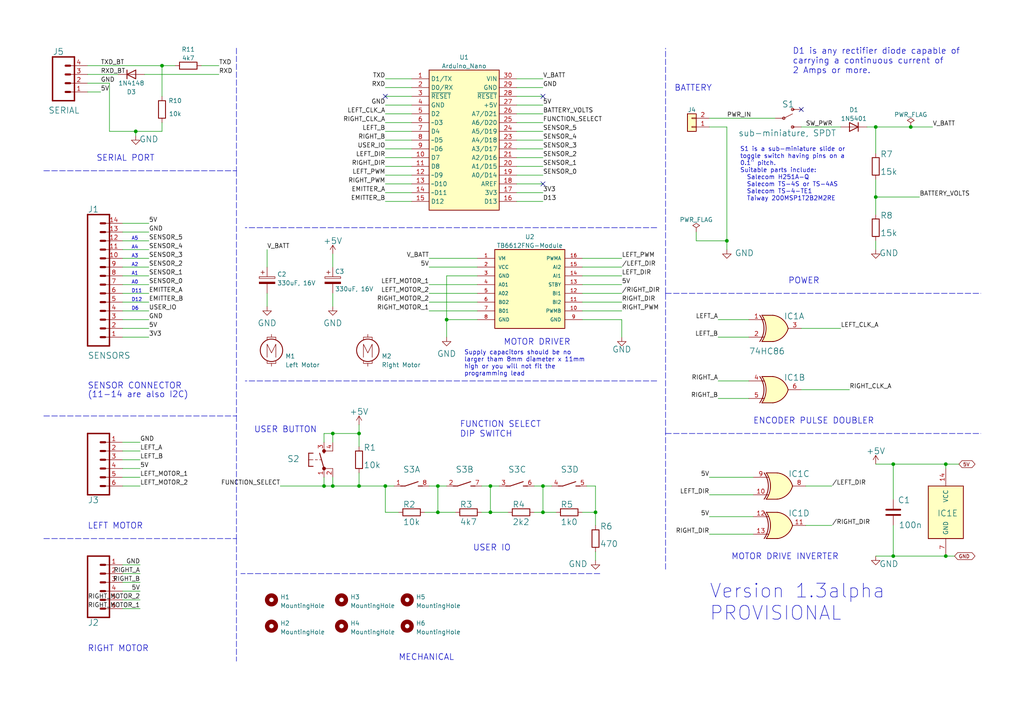
<source format=kicad_sch>
(kicad_sch (version 20250114) (generator "eeschema") (generator_version "9.0")
  (paper "A4")
  (title_block (title "UKMARRBOT Mainboard") (date "2022-08-20") (rev "1.3alpha") (company "UKMARS") (comment 1 "Peter Harrison"))
  (lib_symbols
    (symbol "74xx:74HC86" (pin_names (offset 1.016))
      (property "Reference" "U" (at 0 1.27 0))
      (property "Value" "74HC86" (at 0 -1.27 0))
      (symbol "74HC86_1_0"
        (pin input line (at -7.62 2.54 0) (length 4.445) (name "~") (number "1"))
        (pin input line (at -7.62 -2.54 0) (length 4.445) (name "~") (number "2"))
        (pin output line (at 7.62 0 180) (length 3.81) (name "~") (number "3"))
      )
      (symbol "74HC86_2_0"
        (pin input line (at -7.62 2.54 0) (length 4.445) (name "~") (number "4"))
        (pin input line (at -7.62 -2.54 0) (length 4.445) (name "~") (number "5"))
        (pin output line (at 7.62 0 180) (length 3.81) (name "~") (number "6"))
      )
      (symbol "74HC86_3_0"
        (pin input line (at -7.62 2.54 0) (length 4.445) (name "~") (number "9"))
        (pin input line (at -7.62 -2.54 0) (length 4.445) (name "~") (number "10"))
        (pin output line (at 7.62 0 180) (length 3.81) (name "~") (number "8"))
      )
      (symbol "74HC86_4_0"
        (pin input line (at -7.62 2.54 0) (length 4.445) (name "~") (number "12"))
        (pin input line (at -7.62 -2.54 0) (length 4.445) (name "~") (number "13"))
        (pin output line (at 7.62 0 180) (length 3.81) (name "~") (number "11"))
      )
      (symbol "74HC86_5_0"
        (pin power_in line (at 0 12.7 270) (length 5.08) (name "VCC") (number "14"))
        (pin power_in line (at 0 -12.7 90) (length 5.08) (name "GND") (number "7"))
      )
    )
    (symbol "Connector_Generic:Conn_01x02" (pin_names (offset 1.016) (hide yes))
      (property "Reference" "J" (at 0 2.54 0))
      (property "Value" "Conn_01x02" (at 0 -5.08 0))
      (symbol "Conn_01x02_1_1"
        (pin passive line (at -5.08 0 0) (length 3.81) (name "Pin_1") (number "1"))
        (pin passive line (at -5.08 -2.54 0) (length 3.81) (name "Pin_2") (number "2"))
      )
    )
    (symbol "Device:C" (pin_numbers (hide yes)) (pin_names (offset 0.254))
      (property "Reference" "C" (at 0.635 2.54 0))
      (property "Value" "C" (at 0.635 -2.54 0))
      (symbol "C_1_1"
        (pin passive line (at 0 3.81 270) (length 2.794) (name "~") (number "1"))
        (pin passive line (at 0 -3.81 90) (length 2.794) (name "~") (number "2"))
      )
    )
    (symbol "Device:C_Polarized" (pin_numbers (hide yes)) (pin_names (offset 0.254))
      (property "Reference" "C" (at 0.635 2.54 0))
      (property "Value" "C_Polarized" (at 0.635 -2.54 0))
      (symbol "C_Polarized_1_1"
        (pin passive line (at 0 3.81 270) (length 2.794) (name "~") (number "1"))
        (pin passive line (at 0 -3.81 90) (length 2.794) (name "~") (number "2"))
      )
    )
    (symbol "Device:D" (pin_numbers (hide yes)) (pin_names (offset 1.016) (hide yes))
      (property "Reference" "D" (at 0 2.54 0))
      (property "Value" "D" (at 0 -2.54 0))
      (symbol "D_1_1"
        (pin passive line (at -3.81 0 0) (length 2.54) (name "K") (number "1"))
        (pin passive line (at 3.81 0 180) (length 2.54) (name "A") (number "2"))
      )
    )
    (symbol "Device:R" (pin_numbers (hide yes)) (pin_names (offset 0))
      (property "Reference" "R" (at 2.032 0 90))
      (property "Value" "R" (at 0 0 90))
      (symbol "R_1_1"
        (pin passive line (at 0 3.81 270) (length 1.27) (name "~") (number "1"))
        (pin passive line (at 0 -3.81 90) (length 1.27) (name "~") (number "2"))
      )
    )
    (symbol "Diode:1N4148" (pin_numbers (hide yes)) (pin_names (offset 1.016) (hide yes))
      (property "Reference" "D" (at 0 2.54 0))
      (property "Value" "1N4148" (at 0 -2.54 0))
      (symbol "1N4148_1_1"
        (pin passive line (at -3.81 0 0) (length 2.54) (name "K") (number "1"))
        (pin passive line (at 3.81 0 180) (length 2.54) (name "A") (number "2"))
      )
    )
    (symbol "Mechanical:MountingHole" (pin_names (offset 1.016))
      (property "Reference" "H" (at 0 5.08 0))
      (property "Value" "MountingHole" (at 0 3.175 0))
    )
    (symbol "power:+5V" (power) (pin_names (offset 0))
      (property "Value" "+5V" (at 0 3.556 0))
      (symbol "+5V_1_1"
        (pin power_in line (at 0 0 90) (length 0) (hide yes) (name "+5V") (number "1"))
      )
    )
    (symbol "power:GND" (power) (pin_names (offset 0))
      (property "Value" "GND" (at 0 -3.81 0))
      (symbol "GND_1_1"
        (pin power_in line (at 0 0 270) (length 0) (hide yes) (name "GND") (number "1"))
      )
    )
    (symbol "power:PWR_FLAG" (power) (pin_numbers (hide yes)) (pin_names (offset 0) (hide yes))
      (property "Value" "PWR_FLAG" (at 0 3.81 0))
      (symbol "PWR_FLAG_0_0"
        (pin power_out line (at 0 0 90) (length 0) (name "pwr") (number "1"))
      )
    )
    (symbol "ukmarsbot:Arduino_Nano"
      (property "Reference" "U" (at -10.16 24.13 0))
      (property "Value" "Arduino_Nano" (at -10.16 22.86 0))
      (symbol "Arduino_Nano_1_1"
        (pin bidirectional line (at -15.24 17.78 0) (length 5.08) (name "D1/TX") (number "1"))
        (pin bidirectional line (at -15.24 15.24 0) (length 5.08) (name "D0/RX") (number "2"))
        (pin input line (at -15.24 12.7 0) (length 5.08) (name "~{RESET}") (number "3"))
        (pin power_in line (at -15.24 10.16 0) (length 5.08) (name "GND") (number "4"))
        (pin bidirectional line (at -15.24 7.62 0) (length 5.08) (name "D2") (number "5"))
        (pin bidirectional line (at -15.24 5.08 0) (length 5.08) (name "~D3") (number "6"))
        (pin bidirectional line (at -15.24 2.54 0) (length 5.08) (name "D4") (number "7"))
        (pin bidirectional line (at -15.24 0 0) (length 5.08) (name "~D5") (number "8"))
        (pin bidirectional line (at -15.24 -2.54 0) (length 5.08) (name "~D6") (number "9"))
        (pin bidirectional line (at -15.24 -5.08 0) (length 5.08) (name "D7") (number "10"))
        (pin bidirectional line (at -15.24 -7.62 0) (length 5.08) (name "D8") (number "11"))
        (pin bidirectional line (at -15.24 -10.16 0) (length 5.08) (name "~D9") (number "12"))
        (pin bidirectional line (at -15.24 -12.7 0) (length 5.08) (name "~D10") (number "13"))
        (pin bidirectional line (at -15.24 -15.24 0) (length 5.08) (name "~D11") (number "14"))
        (pin bidirectional line (at -15.24 -17.78 0) (length 5.08) (name "D12") (number "15"))
        (pin power_in line (at 15.24 17.78 180) (length 5.08) (name "VIN") (number "30"))
        (pin power_in line (at 15.24 15.24 180) (length 5.08) (name "GND") (number "29"))
        (pin input line (at 15.24 12.7 180) (length 5.08) (name "~{RESET}") (number "28"))
        (pin power_out line (at 15.24 10.16 180) (length 5.08) (name "+5V") (number "27"))
        (pin bidirectional line (at 15.24 7.62 180) (length 5.08) (name "A7/D21") (number "26"))
        (pin bidirectional line (at 15.24 5.08 180) (length 5.08) (name "A6/D20") (number "25"))
        (pin bidirectional line (at 15.24 2.54 180) (length 5.08) (name "A5/D19") (number "24"))
        (pin bidirectional line (at 15.24 0 180) (length 5.08) (name "A4/D18") (number "23"))
        (pin bidirectional line (at 15.24 -2.54 180) (length 5.08) (name "A3/D17") (number "22"))
        (pin bidirectional line (at 15.24 -5.08 180) (length 5.08) (name "A2/D16") (number "21"))
        (pin bidirectional line (at 15.24 -7.62 180) (length 5.08) (name "A1/D15") (number "20"))
        (pin bidirectional line (at 15.24 -10.16 180) (length 5.08) (name "A0/D14") (number "19"))
        (pin input line (at 15.24 -12.7 180) (length 5.08) (name "AREF") (number "18"))
        (pin power_out line (at 15.24 -15.24 180) (length 5.08) (name "3V3") (number "17"))
        (pin bidirectional line (at 15.24 -17.78 180) (length 5.08) (name "D13") (number "16"))
      )
    )
    (symbol "ukmarsbot:CONN_04LOCK_LONGPADS"
      (property "Reference" "J" (at -5.08 8.128 0))
      (property "Value" "CONN_04LOCK_LONGPADS" (at -5.08 -7.366 0))
      (symbol "CONN_04LOCK_LONGPADS_1_0"
        (pin passive line (at 5.08 5.08 180) (length 5.08) (name "4") (number "4"))
        (pin passive line (at 5.08 2.54 180) (length 5.08) (name "3") (number "3"))
        (pin passive line (at 5.08 0 180) (length 5.08) (name "2") (number "2"))
        (pin passive line (at 5.08 -2.54 180) (length 5.08) (name "1") (number "1"))
      )
    )
    (symbol "ukmarsbot:CONN_06LOCK_LONGPADS"
      (property "Reference" "J" (at -5.08 10.668 0))
      (property "Value" "CONN_06LOCK_LONGPADS" (at -5.08 -9.906 0))
      (symbol "CONN_06LOCK_LONGPADS_1_0"
        (pin passive line (at 5.08 7.62 180) (length 5.08) (name "6") (number "6"))
        (pin passive line (at 5.08 5.08 180) (length 5.08) (name "5") (number "5"))
        (pin passive line (at 5.08 2.54 180) (length 5.08) (name "4") (number "4"))
        (pin passive line (at 5.08 0 180) (length 5.08) (name "3") (number "3"))
        (pin passive line (at 5.08 -2.54 180) (length 5.08) (name "2") (number "2"))
        (pin passive line (at 5.08 -5.08 180) (length 5.08) (name "1") (number "1"))
      )
    )
    (symbol "ukmarsbot:CONN_14LOCK_LONGPADS"
      (property "Reference" "J" (at 0 18.288 0))
      (property "Value" "CONN_14LOCK_LONGPADS" (at 0 -22.606 0))
      (symbol "CONN_14LOCK_LONGPADS_1_0"
        (pin passive line (at 10.16 15.24 180) (length 5.08) (name "14") (number "14"))
        (pin passive line (at 10.16 12.7 180) (length 5.08) (name "13") (number "13"))
        (pin passive line (at 10.16 10.16 180) (length 5.08) (name "12") (number "12"))
        (pin passive line (at 10.16 7.62 180) (length 5.08) (name "11") (number "11"))
        (pin passive line (at 10.16 5.08 180) (length 5.08) (name "10") (number "10"))
        (pin passive line (at 10.16 2.54 180) (length 5.08) (name "9") (number "9"))
        (pin passive line (at 10.16 0 180) (length 5.08) (name "8") (number "8"))
        (pin passive line (at 10.16 -2.54 180) (length 5.08) (name "7") (number "7"))
        (pin passive line (at 10.16 -5.08 180) (length 5.08) (name "6") (number "6"))
        (pin passive line (at 10.16 -7.62 180) (length 5.08) (name "5") (number "5"))
        (pin passive line (at 10.16 -10.16 180) (length 5.08) (name "4") (number "4"))
        (pin passive line (at 10.16 -12.7 180) (length 5.08) (name "3") (number "3"))
        (pin passive line (at 10.16 -15.24 180) (length 5.08) (name "2") (number "2"))
        (pin passive line (at 10.16 -17.78 180) (length 5.08) (name "1") (number "1"))
      )
    )
    (symbol "ukmarsbot:DS04E"
      (property "Reference" "S" (at 2.54 -3.81 90))
      (property "Value" "DS04E" (at 5.08 -3.81 90))
      (symbol "DS04E_1_0"
        (pin passive line (at 0 5.08 270) (length 2.54) (name "2") (number "8"))
        (pin passive line (at 0 -5.08 90) (length 2.54) (name "1") (number "1"))
      )
      (symbol "DS04E_2_0"
        (pin passive line (at 0 5.08 270) (length 2.54) (name "2") (number "7"))
        (pin passive line (at 0 -5.08 90) (length 2.54) (name "1") (number "2"))
      )
      (symbol "DS04E_3_0"
        (pin passive line (at 0 5.08 270) (length 2.54) (name "2") (number "6"))
        (pin passive line (at 0 -5.08 90) (length 2.54) (name "1") (number "3"))
      )
      (symbol "DS04E_4_0"
        (pin passive line (at 0 5.08 270) (length 2.54) (name "2") (number "5"))
        (pin passive line (at 0 -5.08 90) (length 2.54) (name "1") (number "4"))
      )
    )
    (symbol "ukmarsbot:GEARMOTOR" (pin_names (offset 0))
      (property "Reference" "M" (at 2.54 2.54 0))
      (property "Value" "GEARMOTOR" (at 2.286 -2.286 0))
    )
    (symbol "ukmarsbot:MOMENTARY-SWITCH-SPST-2"
      (property "Reference" "S" (at 0 4.826 0))
      (property "Value" "MOMENTARY-SWITCH-SPST-2" (at 0 -2.794 0))
      (symbol "MOMENTARY-SWITCH-SPST-2_1_0"
        (pin passive line (at -5.08 0 0) (length 2.54) (name "1") (number "1"))
        (pin passive line (at -5.08 -2.54 0) (length 2.54) (name "2") (number "2"))
        (pin passive line (at 5.08 0 180) (length 2.54) (name "3") (number "3"))
        (pin passive line (at 5.08 -2.54 180) (length 2.54) (name "4") (number "4"))
      )
    )
    (symbol "ukmarsbot:SWITCH-SPDT-PTH-11.6X4.0MM"
      (property "Reference" "S" (at 1.27 3.048 0))
      (property "Value" "SWITCH-SPDT-PTH-11.6X4.0MM" (at 1.016 -3.302 0))
      (symbol "SWITCH-SPDT-PTH-11.6X4.0MM_1_0"
        (pin passive line (at -2.54 0 0) (length 2.54) (name "P") (number "2"))
        (pin passive line (at 5.08 2.54 180) (length 2.54) (name "O") (number "1"))
        (pin passive line (at 5.08 -2.54 180) (length 2.54) (name "S") (number "3"))
      )
    )
    (symbol "ukmarsbot:TB6612FNG-Module" (pin_names (offset 1.016))
      (property "Reference" "U" (at -10.16 17 0))
      (property "Value" "TB6612FNG-Module" (at -10.16 -15.24 0))
      (symbol "TB6612FNG-Module_0_0"
        (pin power_in line (at -15.24 13.97 0) (length 5.08) (name "VM") (number "1"))
        (pin power_in line (at -15.24 11.43 0) (length 5.08) (name "VCC") (number "2"))
        (pin power_in line (at -15.24 8.89 0) (length 5.08) (name "GND") (number "3"))
        (pin output line (at -15.24 6.35 0) (length 5.08) (name "A01") (number "4"))
        (pin output line (at -15.24 3.81 0) (length 5.08) (name "A02") (number "5"))
        (pin output line (at -15.24 1.27 0) (length 5.08) (name "B02") (number "6"))
        (pin output line (at -15.24 -1.27 0) (length 5.08) (name "B01") (number "7"))
        (pin power_in line (at -15.24 -3.81 0) (length 5.08) (name "GND") (number "8"))
        (pin input line (at 15.24 13.97 180) (length 5.08) (name "PWMA") (number "16"))
        (pin input line (at 15.24 11.43 180) (length 5.08) (name "AI2") (number "15"))
        (pin input line (at 15.24 8.89 180) (length 5.08) (name "AI1") (number "14"))
        (pin input line (at 15.24 6.35 180) (length 5.08) (name "STBY") (number "13"))
        (pin input line (at 15.24 3.81 180) (length 5.08) (name "BI1") (number "12"))
        (pin input line (at 15.24 1.27 180) (length 5.08) (name "BI2") (number "11"))
        (pin input line (at 15.24 -1.27 180) (length 5.08) (name "PWMB") (number "10"))
        (pin power_in line (at 15.24 -3.81 180) (length 5.08) (name "GND") (number "9"))
      )
    )
  )
  (text "MOTOR DRIVER" (at 146.05 100.33 0) (effects (font (size 1.75 1.75)) (justify left bottom)))
  (text "D1 is any rectifier diode capable of \ncarrying a continuous current of \n2 Amps or more. \n" (at 229.87 21.59 0) (effects (font (size 1.75 1.75)) (justify left bottom)))
  (text "USER IO" (at 137.16 160.02 0) (effects (font (size 1.75 1.75)) (justify left bottom)))
  (text "POWER" (at 228.6 82.55 0) (effects (font (size 1.75 1.75)) (justify left bottom)))
  (text "MOTOR DRIVE INVERTER" (at 212.09 162.56 0) (effects (font (size 1.75 1.75)) (justify left bottom)))
  (text "FUNCTION SELECT\nDIP SWITCH" (at 133.35 127 0) (effects (font (size 1.75 1.75)) (justify left bottom)))
  (text "A4" (at 38.1 72.39 0) (effects (font (size 1.016 1.016)) (justify left bottom)))
  (text "A2" (at 38.1 77.47 0) (effects (font (size 1.016 1.016)) (justify left bottom)))
  (text "A0" (at 38.1 82.55 0) (effects (font (size 1.016 1.016)) (justify left bottom)))
  (text "Supply capacitors should be no \nlarger tham 8mm diameter x 11mm \nhigh or you will not fit the \nprogramming lead" (at 134.62 109.22 0) (effects (font (size 1.27 1.27)) (justify left bottom)))
  (text "S1 is a sub-miniature slide or\ntoggle switch having pins on a \n0.1\" pitch.\nSuitable parts include:\n  Salecom H251A-Q\n  Salecom TS-4S or TS-4AS\n  Salecom TS-4-TE1\n  Taiway 200MSP1T2B2M2RE" (at 214.63 58.42 0) (effects (font (size 1.27 1.27)) (justify left bottom)))
  (text "D6" (at 38.1 90.17 0) (effects (font (size 1.016 1.016)) (justify left bottom)))
  (text "RIGHT MOTOR" (at 25.4 189.23 0) (effects (font (size 1.75 1.75)) (justify left bottom)))
  (text "SERIAL PORT" (at 27.94 46.99 0) (effects (font (size 1.75 1.75)) (justify left bottom)))
  (text "SENSOR CONNECTOR" (at 25.4 113.03 0) (effects (font (size 1.75 1.75)) (justify left bottom)))
  (text "A3" (at 38.1 74.93 0) (effects (font (size 1.016 1.016)) (justify left bottom)))
  (text "BATTERY" (at 195.58 26.67 0) (effects (font (size 1.75 1.75)) (justify left bottom)))
  (text "MECHANICAL" (at 115.57 191.77 0) (effects (font (size 1.75 1.75)) (justify left bottom)))
  (text "A5" (at 38.1 69.85 0) (effects (font (size 1.016 1.016)) (justify left bottom)))
  (text "ENCODER PULSE DOUBLER" (at 218.44 123.19 0) (effects (font (size 1.75 1.75)) (justify left bottom)))
  (text "USER BUTTON" (at 73.66 125.73 0) (effects (font (size 1.75 1.75)) (justify left bottom)))
  (text "D11" (at 38.1 85.09 0) (effects (font (size 1.016 1.016)) (justify left bottom)))
  (text "Version 1.3alpha\nPROVISIONAL" (at 205.74 180.34 0) (effects (font (size 4 4)) (justify left bottom)))
  (text "A1" (at 38.1 80.01 0) (effects (font (size 1.016 1.016)) (justify left bottom)))
  (text "LEFT MOTOR" (at 25.4 153.67 0) (effects (font (size 1.75 1.75)) (justify left bottom)))
  (text "(11-14 are also I2C)" (at 25.4 115.57 0) (effects (font (size 1.75 1.75)) (justify left bottom)))
  (text "D12" (at 38.1 87.63 0) (effects (font (size 1.016 1.016)) (justify left bottom)))
  (junction (at 127 148.59))
  (junction (at 274.32 161.29))
  (junction (at 157.48 148.59))
  (junction (at 96.52 140.97))
  (junction (at 104.14 125.73))
  (junction (at 259.08 134.62))
  (junction (at 104.14 140.97))
  (junction (at 39.37 38.1))
  (junction (at 142.24 140.97))
  (junction (at 274.32 134.62))
  (junction (at 254 57.15))
  (junction (at 157.48 140.97))
  (junction (at 210.82 69.85))
  (junction (at 254 36.83))
  (junction (at 96.52 125.73))
  (junction (at 172.72 148.59))
  (junction (at 142.24 148.59))
  (junction (at 46.99 19.05))
  (junction (at 93.98 140.97))
  (junction (at 127 140.97))
  (junction (at 264.16 36.83))
  (junction (at 129.54 92.71))
  (junction (at 111.76 140.97))
  (junction (at 259.08 161.29))
  (no_connect (at 232.41 31.75))
  (no_connect (at 111.76 27.94))
  (no_connect (at 157.48 27.94))
  (no_connect (at 157.48 53.34))
  (wire (pts (xy 168.91 87.63) (xy 180.34 87.63)))
  (wire (pts (xy 35.56 67.31) (xy 43.18 67.31)))
  (wire (pts (xy 138.43 92.71) (xy 129.54 92.71)))
  (wire (pts (xy 205.74 34.29) (xy 224.79 34.29)))
  (wire (pts (xy 111.76 140.97) (xy 114.3 140.97)))
  (wire (pts (xy 119.38 58.42) (xy 111.76 58.42)))
  (wire (pts (xy 218.44 149.86) (xy 205.74 149.86)))
  (wire (pts (xy 217.17 115.57) (xy 208.28 115.57)))
  (wire (pts (xy 35.56 135.89) (xy 40.64 135.89)))
  (wire (pts (xy 168.91 82.55) (xy 180.34 82.55)))
  (wire (pts (xy 138.43 77.47) (xy 124.46 77.47)))
  (wire (pts (xy 119.38 33.02) (xy 111.76 33.02)))
  (wire (pts (xy 264.16 36.83) (xy 270.51 36.83)))
  (wire (pts (xy 205.74 36.83) (xy 210.82 36.83)))
  (wire (pts (xy 35.56 130.81) (xy 40.64 130.81)))
  (wire (pts (xy 35.56 69.85) (xy 43.18 69.85)))
  (polyline (pts (xy 190.5 110.49) (xy 71.12 110.49)) (stroke (width 0) (type dash)))
  (wire (pts (xy 35.56 87.63) (xy 43.18 87.63)))
  (wire (pts (xy 46.99 19.05) (xy 46.99 27.94)))
  (wire (pts (xy 217.17 97.79) (xy 208.28 97.79)))
  (polyline (pts (xy 193.04 125.73) (xy 284.48 125.73)) (stroke (width 0) (type dash)))
  (wire (pts (xy 138.43 85.09) (xy 124.46 85.09)))
  (wire (pts (xy 39.37 38.1) (xy 46.99 38.1)))
  (wire (pts (xy 149.86 25.4) (xy 157.48 25.4)))
  (wire (pts (xy 149.86 35.56) (xy 157.48 35.56)))
  (wire (pts (xy 25.4 21.59) (xy 34.29 21.59)))
  (wire (pts (xy 210.82 36.83) (xy 210.82 69.85)))
  (wire (pts (xy 119.38 50.8) (xy 111.76 50.8)))
  (wire (pts (xy 93.98 125.73) (xy 96.52 125.73)))
  (wire (pts (xy 119.38 53.34) (xy 111.76 53.34)))
  (polyline (pts (xy 68.58 13.97) (xy 68.58 49.53)) (stroke (width 0) (type dash)))
  (wire (pts (xy 31.75 38.1) (xy 39.37 38.1)))
  (polyline (pts (xy 193.04 165.1) (xy 193.04 125.73)) (stroke (width 0) (type dash)))
  (wire (pts (xy 254 57.15) (xy 254 52.07)))
  (wire (pts (xy 104.14 140.97) (xy 111.76 140.97)))
  (wire (pts (xy 123.19 148.59) (xy 127 148.59)))
  (wire (pts (xy 274.32 161.29) (xy 276.86 161.29)))
  (wire (pts (xy 111.76 148.59) (xy 115.57 148.59)))
  (wire (pts (xy 138.43 82.55) (xy 124.46 82.55)))
  (polyline (pts (xy 190.5 66.04) (xy 71.12 66.04)) (stroke (width 0) (type dash)))
  (wire (pts (xy 149.86 45.72) (xy 157.48 45.72)))
  (wire (pts (xy 149.86 55.88) (xy 157.48 55.88)))
  (wire (pts (xy 139.7 140.97) (xy 142.24 140.97)))
  (wire (pts (xy 217.17 92.71) (xy 208.28 92.71)))
  (wire (pts (xy 254 57.15) (xy 266.7 57.15)))
  (wire (pts (xy 93.98 140.97) (xy 96.52 140.97)))
  (wire (pts (xy 96.52 125.73) (xy 96.52 128.27)))
  (wire (pts (xy 149.86 27.94) (xy 157.48 27.94)))
  (wire (pts (xy 35.56 176.53) (xy 40.64 176.53)))
  (wire (pts (xy 41.91 21.59) (xy 63.5 21.59)))
  (wire (pts (xy 149.86 38.1) (xy 157.48 38.1)))
  (wire (pts (xy 35.56 163.83) (xy 40.64 163.83)))
  (wire (pts (xy 210.82 69.85) (xy 210.82 72.39)))
  (wire (pts (xy 259.08 152.4) (xy 259.08 161.29)))
  (wire (pts (xy 201.93 67.31) (xy 201.93 69.85)))
  (wire (pts (xy 142.24 148.59) (xy 147.32 148.59)))
  (wire (pts (xy 218.44 154.94) (xy 205.74 154.94)))
  (wire (pts (xy 50.8 19.05) (xy 46.99 19.05)))
  (wire (pts (xy 259.08 134.62) (xy 254 134.62)))
  (wire (pts (xy 35.56 173.99) (xy 40.64 173.99)))
  (polyline (pts (xy 173.99 166.37) (xy 69.85 166.37)) (stroke (width 0) (type dash)))
  (wire (pts (xy 35.56 171.45) (xy 40.64 171.45)))
  (wire (pts (xy 254 36.83) (xy 264.16 36.83)))
  (wire (pts (xy 233.68 152.4) (xy 241.3 152.4)))
  (wire (pts (xy 93.98 138.43) (xy 93.98 140.97)))
  (wire (pts (xy 168.91 90.17) (xy 180.34 90.17)))
  (wire (pts (xy 127 140.97) (xy 129.54 140.97)))
  (wire (pts (xy 168.91 74.93) (xy 180.34 74.93)))
  (wire (pts (xy 168.91 148.59) (xy 172.72 148.59)))
  (wire (pts (xy 119.38 35.56) (xy 111.76 35.56)))
  (wire (pts (xy 93.98 128.27) (xy 93.98 125.73)))
  (wire (pts (xy 104.14 137.16) (xy 104.14 140.97)))
  (wire (pts (xy 35.56 166.37) (xy 40.64 166.37)))
  (wire (pts (xy 39.37 38.1) (xy 39.37 39.37)))
  (wire (pts (xy 251.46 36.83) (xy 254 36.83)))
  (wire (pts (xy 168.91 80.01) (xy 180.34 80.01)))
  (wire (pts (xy 138.43 90.17) (xy 124.46 90.17)))
  (wire (pts (xy 217.17 110.49) (xy 208.28 110.49)))
  (wire (pts (xy 138.43 80.01) (xy 129.54 80.01)))
  (wire (pts (xy 35.56 140.97) (xy 40.64 140.97)))
  (wire (pts (xy 138.43 87.63) (xy 124.46 87.63)))
  (wire (pts (xy 154.94 148.59) (xy 157.48 148.59)))
  (wire (pts (xy 77.47 72.39) (xy 77.47 77.47)))
  (wire (pts (xy 149.86 53.34) (xy 157.48 53.34)))
  (wire (pts (xy 35.56 77.47) (xy 43.18 77.47)))
  (wire (pts (xy 119.38 48.26) (xy 111.76 48.26)))
  (polyline (pts (xy 193.04 125.73) (xy 193.04 85.09)) (stroke (width 0) (type dash)))
  (wire (pts (xy 77.47 85.09) (xy 77.47 88.9)))
  (wire (pts (xy 96.52 73.66) (xy 96.52 77.47)))
  (wire (pts (xy 31.75 24.13) (xy 31.75 38.1)))
  (wire (pts (xy 35.56 128.27) (xy 40.64 128.27)))
  (polyline (pts (xy 193.04 85.09) (xy 284.48 85.09)) (stroke (width 0) (type dash)))
  (wire (pts (xy 170.18 140.97) (xy 172.72 140.97)))
  (wire (pts (xy 201.93 69.85) (xy 210.82 69.85)))
  (polyline (pts (xy 68.58 49.53) (xy 68.58 120.65)) (stroke (width 0) (type dash)))
  (wire (pts (xy 172.72 148.59) (xy 172.72 152.4)))
  (wire (pts (xy 168.91 85.09) (xy 180.34 85.09)))
  (wire (pts (xy 149.86 40.64) (xy 157.48 40.64)))
  (wire (pts (xy 168.91 92.71) (xy 180.34 92.71)))
  (wire (pts (xy 119.38 30.48) (xy 111.76 30.48)))
  (wire (pts (xy 119.38 55.88) (xy 111.76 55.88)))
  (wire (pts (xy 157.48 140.97) (xy 157.48 148.59)))
  (polyline (pts (xy 12.7 156.21) (xy 68.58 156.21)) (stroke (width 0) (type dash)))
  (wire (pts (xy 172.72 160.02) (xy 172.72 162.56)))
  (wire (pts (xy 46.99 35.56) (xy 46.99 38.1)))
  (wire (pts (xy 259.08 134.62) (xy 274.32 134.62)))
  (wire (pts (xy 157.48 148.59) (xy 161.29 148.59)))
  (wire (pts (xy 127 140.97) (xy 127 148.59)))
  (wire (pts (xy 81.28 140.97) (xy 93.98 140.97)))
  (wire (pts (xy 119.38 45.72) (xy 111.76 45.72)))
  (wire (pts (xy 149.86 58.42) (xy 157.48 58.42)))
  (wire (pts (xy 111.76 140.97) (xy 111.76 148.59)))
  (wire (pts (xy 154.94 140.97) (xy 157.48 140.97)))
  (wire (pts (xy 104.14 123.19) (xy 104.14 125.73)))
  (wire (pts (xy 35.56 138.43) (xy 40.64 138.43)))
  (wire (pts (xy 124.46 140.97) (xy 127 140.97)))
  (wire (pts (xy 157.48 140.97) (xy 160.02 140.97)))
  (wire (pts (xy 259.08 161.29) (xy 254 161.29)))
  (wire (pts (xy 129.54 92.71) (xy 129.54 97.79)))
  (wire (pts (xy 104.14 125.73) (xy 104.14 129.54)))
  (wire (pts (xy 127 148.59) (xy 132.08 148.59)))
  (wire (pts (xy 119.38 22.86) (xy 111.76 22.86)))
  (wire (pts (xy 35.56 85.09) (xy 43.18 85.09)))
  (wire (pts (xy 149.86 22.86) (xy 157.48 22.86)))
  (polyline (pts (xy 193.04 85.09) (xy 193.04 13.97)) (stroke (width 0) (type dash)))
  (wire (pts (xy 232.41 113.03) (xy 246.38 113.03)))
  (wire (pts (xy 35.56 168.91) (xy 40.64 168.91)))
  (wire (pts (xy 35.56 133.35) (xy 40.64 133.35)))
  (wire (pts (xy 172.72 140.97) (xy 172.72 148.59)))
  (wire (pts (xy 142.24 140.97) (xy 144.78 140.97)))
  (wire (pts (xy 180.34 92.71) (xy 180.34 97.79)))
  (wire (pts (xy 149.86 30.48) (xy 157.48 30.48)))
  (wire (pts (xy 254 44.45) (xy 254 36.83)))
  (wire (pts (xy 119.38 40.64) (xy 111.76 40.64)))
  (wire (pts (xy 149.86 33.02) (xy 157.48 33.02)))
  (wire (pts (xy 119.38 25.4) (xy 111.76 25.4)))
  (wire (pts (xy 96.52 85.09) (xy 96.52 88.9)))
  (wire (pts (xy 149.86 43.18) (xy 157.48 43.18)))
  (wire (pts (xy 142.24 140.97) (xy 142.24 148.59)))
  (wire (pts (xy 35.56 74.93) (xy 43.18 74.93)))
  (wire (pts (xy 232.41 95.25) (xy 243.84 95.25)))
  (wire (pts (xy 96.52 125.73) (xy 104.14 125.73)))
  (wire (pts (xy 35.56 64.77) (xy 43.18 64.77)))
  (wire (pts (xy 35.56 92.71) (xy 43.18 92.71)))
  (wire (pts (xy 25.4 24.13) (xy 31.75 24.13)))
  (wire (pts (xy 35.56 80.01) (xy 43.18 80.01)))
  (wire (pts (xy 25.4 19.05) (xy 46.99 19.05)))
  (wire (pts (xy 274.32 135.89) (xy 274.32 134.62)))
  (wire (pts (xy 35.56 97.79) (xy 43.18 97.79)))
  (wire (pts (xy 139.7 148.59) (xy 142.24 148.59)))
  (wire (pts (xy 25.4 26.67) (xy 29.21 26.67)))
  (polyline (pts (xy 12.7 49.53) (xy 68.58 49.53)) (stroke (width 0) (type dash)))
  (wire (pts (xy 232.41 36.83) (xy 243.84 36.83)))
  (wire (pts (xy 58.42 19.05) (xy 63.5 19.05)))
  (polyline (pts (xy 12.7 120.65) (xy 68.58 120.65)) (stroke (width 0) (type dash)))
  (polyline (pts (xy 68.58 156.21) (xy 68.58 191.77)) (stroke (width 0) (type dash)))
  (wire (pts (xy 218.44 138.43) (xy 205.74 138.43)))
  (wire (pts (xy 138.43 74.93) (xy 124.46 74.93)))
  (wire (pts (xy 119.38 38.1) (xy 111.76 38.1)))
  (wire (pts (xy 96.52 140.97) (xy 104.14 140.97)))
  (wire (pts (xy 254 62.23) (xy 254 57.15)))
  (wire (pts (xy 96.52 138.43) (xy 96.52 140.97)))
  (wire (pts (xy 149.86 50.8) (xy 157.48 50.8)))
  (wire (pts (xy 259.08 161.29) (xy 274.32 161.29)))
  (wire (pts (xy 218.44 143.51) (xy 205.74 143.51)))
  (wire (pts (xy 168.91 77.47) (xy 180.34 77.47)))
  (wire (pts (xy 149.86 48.26) (xy 157.48 48.26)))
  (wire (pts (xy 35.56 95.25) (xy 43.18 95.25)))
  (wire (pts (xy 129.54 80.01) (xy 129.54 92.71)))
  (wire (pts (xy 254 72.39) (xy 254 69.85)))
  (polyline (pts (xy 68.58 120.65) (xy 68.58 156.21)) (stroke (width 0) (type dash)))
  (wire (pts (xy 35.56 72.39) (xy 43.18 72.39)))
  (wire (pts (xy 119.38 43.18) (xy 111.76 43.18)))
  (wire (pts (xy 35.56 90.17) (xy 43.18 90.17)))
  (wire (pts (xy 233.68 140.97) (xy 241.3 140.97)))
  (wire (pts (xy 259.08 134.62) (xy 259.08 144.78)))
  (wire (pts (xy 111.76 27.94) (xy 119.38 27.94)))
  (wire (pts (xy 35.56 82.55) (xy 43.18 82.55)))
  (wire (pts (xy 274.32 134.62) (xy 278.13 134.62)))
  (label "5V" (at 40.64 171.45 180))
  (label "RIGHT_CLK_A" (at 246.38 113.03 0))
  (label "/LEFT_DIR" (at 180.34 77.47 0))
  (label "BATTERY_VOLTS" (at 266.7 57.15 0))
  (label "RIGHT_DIR" (at 205.74 154.94 180))
  (label "USER_IO" (at 43.18 90.17 0))
  (label "RXD_BT" (at 29.21 21.59 0))
  (label "LEFT_PWM" (at 180.34 74.93 0))
  (label "RIGHT_B" (at 111.76 40.64 180))
  (label "FUNCTION_SELECT" (at 157.48 35.56 0))
  (label "RIGHT_MOTOR_1" (at 124.46 90.17 180))
  (label "LEFT_B" (at 40.64 133.35 0))
  (label "RXD" (at 111.76 25.4 180))
  (label "V_BATT" (at 77.47 72.39 0))
  (label "SW_PWR" (at 233.68 36.83 0))
  (label "EMITTER_B" (at 111.76 58.42 180))
  (label "GND" (at 43.18 92.71 0))
  (label "/RIGHT_DIR" (at 180.34 85.09 0))
  (label "SENSOR_5" (at 157.48 38.1 0))
  (label "RIGHT_A" (at 40.64 166.37 180))
  (label "GND" (at 43.18 67.31 0))
  (label "GND" (at 29.21 24.13 0))
  (label "SENSOR_0" (at 157.48 50.8 0))
  (label "LEFT_A" (at 40.64 130.81 0))
  (label "LEFT_MOTOR_2" (at 124.46 85.09 180))
  (label "TXD_BT" (at 29.21 19.05 0))
  (label "SENSOR_2" (at 157.48 45.72 0))
  (label "RIGHT_MOTOR_1" (at 40.64 176.53 180))
  (label "GND" (at 111.76 30.48 180))
  (label "SENSOR_4" (at 157.48 40.64 0))
  (label "SENSOR_2" (at 43.18 77.47 0))
  (label "RIGHT_B" (at 208.28 115.57 180))
  (label "5V" (at 43.18 95.25 0))
  (label "3V3" (at 157.48 55.88 0))
  (label "5V" (at 180.34 82.55 0))
  (label "RIGHT_PWM" (at 111.76 53.34 180))
  (label "LEFT_MOTOR_1" (at 124.46 82.55 180))
  (label "EMITTER_A" (at 43.18 85.09 0))
  (label "LEFT_CLK_A" (at 243.84 95.25 0))
  (label "RXD" (at 63.5 21.59 0))
  (label "D13" (at 157.48 58.42 0))
  (label "SENSOR_1" (at 157.48 48.26 0))
  (label "5V" (at 29.21 26.67 0))
  (label "LEFT_MOTOR_2" (at 40.64 140.97 0))
  (label "LEFT_B" (at 111.76 38.1 180))
  (label "LEFT_DIR" (at 180.34 80.01 0))
  (label "3V3" (at 43.18 97.79 0))
  (label "/LEFT_DIR" (at 241.3 140.97 0))
  (label "LEFT_B" (at 208.28 97.79 180))
  (label "LEFT_DIR" (at 111.76 45.72 180))
  (label "LEFT_DIR" (at 205.74 143.51 180))
  (label "LEFT_A" (at 208.28 92.71 180))
  (label "LEFT_MOTOR_1" (at 40.64 138.43 0))
  (label "RIGHT_CLK_A" (at 111.76 35.56 180))
  (label "RIGHT_MOTOR_2" (at 124.46 87.63 180))
  (label "5V" (at 157.48 30.48 0))
  (label "V_BATT" (at 157.48 22.86 0))
  (label "EMITTER_B" (at 43.18 87.63 0))
  (label "RIGHT_DIR" (at 180.34 87.63 0))
  (label "5V" (at 205.74 149.86 180))
  (label "RIGHT_B" (at 40.64 168.91 180))
  (label "5V" (at 40.64 135.89 0))
  (label "GND" (at 157.48 25.4 0))
  (label "USER_IO" (at 111.76 43.18 180))
  (label "V_BATT" (at 124.46 74.93 180))
  (label "LEFT_CLK_A" (at 111.76 33.02 180))
  (label "TXD" (at 63.5 19.05 0))
  (label "SENSOR_1" (at 43.18 80.01 0))
  (label "SENSOR_3" (at 157.48 43.18 0))
  (label "SENSOR_4" (at 43.18 72.39 0))
  (label "RIGHT_DIR" (at 111.76 48.26 180))
  (label "SENSOR_3" (at 43.18 74.93 0))
  (label "5V" (at 124.46 77.47 180))
  (label "FUNCTION_SELECT" (at 81.28 140.97 180))
  (label "GND" (at 40.64 128.27 0))
  (label "TXD" (at 111.76 22.86 180))
  (label "RIGHT_MOTOR_2" (at 40.64 173.99 180))
  (label "GND" (at 40.64 163.83 180))
  (label "V_BATT" (at 270.51 36.83 0))
  (label "RIGHT_A" (at 208.28 110.49 180))
  (label "EMITTER_A" (at 111.76 55.88 180))
  (label "5V" (at 43.18 64.77 0))
  (label "RIGHT_PWM" (at 180.34 90.17 0))
  (label "SENSOR_5" (at 43.18 69.85 0))
  (label "LEFT_PWM" (at 111.76 50.8 180))
  (label "BATTERY_VOLTS" (at 157.48 33.02 0))
  (label "SENSOR_0" (at 43.18 82.55 0))
  (label "/RIGHT_DIR" (at 241.3 152.4 0))
  (label "PWR_IN" (at 210.82 34.29 0))
  (label "5V" (at 205.74 138.43 180))
  (global_label "GND" (shape bidirectional) (at 276.86 161.29 0) (effects (font (size 1.016 1.016))) (property "Intersheetrefs" "${INTERSHEET_REFS}" (effects (hide yes))))
  (global_label "5V" (shape bidirectional) (at 278.13 134.62 0) (effects (font (size 1.016 1.016))) (property "Intersheetrefs" "${INTERSHEET_REFS}" (effects (hide yes))))
  (symbol (lib_id "Device:R") (at 46.99 31.75 0) (unit 1)
    (property "Reference" "R10" (at 50.8 29.21 0))
    (property "Value" "10k" (at 50.8 33.02 0))
    (property "Footprint" "ukmarsbot:R_Axial_DIN0207_L6.3mm_D2.5mm_P7.62mm_BIGPAD" (effects (hide yes)))
    (property "Note" "any type, but small, 0.2\" span" (effects (hide yes)))
  )
  (symbol (lib_id "Device:R") (at 165.1 148.59 90) (unit 1)
    (property "Reference" "R5" (at 162.56 147.32 90) (effects (font (size 1.75 1.75)) (justify right top)))
    (property "Value" "1k0" (at 162.56 152.4 90) (effects (font (size 1.75 1.75)) (justify right top)))
    (property "Footprint" "ukmarsbot:R_Axial_DIN0207_L6.3mm_D2.5mm_P7.62mm_BIGPAD" (effects (hide yes)))
    (property "Note" "any type, but small, 0.2\" span" (effects (hide yes)))
  )
  (symbol (lib_id "power:GND") (at 210.82 72.39 0) (unit 1)
    (property "Reference" "#GND01" (effects (hide yes)))
    (property "Value" "GND" (at 215.9 72.39 0) (effects (font (size 1.75 1.75)) (justify top)))
    (property "Footprint" "ukmarsbot:" (effects (hide yes)))
  )
  (symbol (lib_id "Diode:1N4148") (at 38.1 21.59 0) (unit 1)
    (property "Reference" "D3" (at 38.1 26.67 0))
    (property "Value" "1N4148" (at 38.1 24.13 0))
    (property "Footprint" "Diode_THT:D_DO-35_SOD27_P7.62mm_Horizontal" (effects (hide yes)))
    (property "Datasheet" "https://assets.nexperia.com/documents/data-sheet/1N4148_1N4448.pdf" (effects (hide yes)))
  )
  (symbol (lib_id "power:PWR_FLAG") (at 201.93 67.31 0) (unit 1)
    (property "Reference" "#FLG02" (effects (hide yes)))
    (property "Value" "PWR_FLAG" (at 201.93 63.7342 0))
  )
  (symbol (lib_id "Device:R") (at 254 48.26 180) (unit 1)
    (property "Reference" "R7" (at 255.27 45.72 0) (effects (font (size 1.75 1.75)) (justify right top)))
    (property "Value" "15k" (at 255.27 50.8 0) (effects (font (size 1.75 1.75)) (justify right top)))
    (property "Footprint" "ukmarsbot:R_Axial_DIN0207_L6.3mm_D2.5mm_P7.62mm_BIGPAD" (effects (hide yes)))
    (property "Note" "any type, but small, 0.2\" span" (effects (hide yes)))
  )
  (symbol (lib_id "74xx:74HC86") (at 226.06 152.4 0) (unit 4)
    (property "Reference" "IC1" (at 228.6 149.86 0) (effects (font (size 1.75 1.75)) (justify left bottom)))
    (property "Value" "74HC86" (effects (hide yes)))
    (property "Footprint" "Package_DIP:DIP-14_W7.62mm_LongPads" (effects (hide yes)))
    (property "Datasheet" "http://www.ti.com/lit/gpn/sn74HC86" (effects (hide yes)))
  )
  (symbol (lib_id "Device:R") (at 54.61 19.05 90) (unit 1)
    (property "Reference" "R11" (at 54.61 14.3342 90))
    (property "Value" "4k7" (at 54.61 16.8711 90))
    (property "Footprint" "ukmarsbot:R_Axial_DIN0207_L6.3mm_D2.5mm_P7.62mm_BIGPAD" (effects (hide yes)))
    (property "Note" "any type, but small, 0.2\" span" (effects (hide yes)))
  )
  (symbol (lib_id "power:+5V") (at 254 134.62 0) (unit 1)
    (property "Reference" "#SUPPLY02" (effects (hide yes)))
    (property "Value" "+5V" (at 254 131.826 0) (effects (font (size 1.75 1.75)) (justify bottom)))
    (property "Footprint" "ukmarsbot:" (effects (hide yes)))
  )
  (symbol (lib_id "power:GND") (at 172.72 162.56 0) (unit 1)
    (property "Reference" "#GND07" (effects (hide yes)))
    (property "Value" "GND" (at 167.64 162.56 0) (effects (font (size 1.75 1.75)) (justify top)))
    (property "Footprint" "ukmarsbot:" (effects (hide yes)))
  )
  (symbol (lib_id "power:+5V") (at 104.14 123.19 0) (unit 1)
    (property "Reference" "#SUPPLY01" (effects (hide yes)))
    (property "Value" "+5V" (at 104.14 120.396 0) (effects (font (size 1.75 1.75)) (justify bottom)))
    (property "Footprint" "ukmarsbot:" (effects (hide yes)))
  )
  (symbol (lib_id "ukmarsbot:DS04E") (at 134.62 140.97 270) (unit 2)
    (property "Reference" "S3" (at 132.08 137.16 90) (effects (font (size 1.75 1.75)) (justify left bottom)))
    (property "Value" "DIP-SW" (effects (hide yes)))
    (property "Footprint" "ukmarsbot:SW_DIP_SPSTx04_Slide_6.7x11.72mm_W7.62mm_P2.54mm_LowProfile" (effects (hide yes)))
    (property "Note" "Check orientation. On is towards front" (effects (hide yes)))
  )
  (symbol (lib_id "ukmarsbot:CONN_06LOCK_LONGPADS") (at 30.48 133.35 0) (mirror x) (unit 1)
    (property "Reference" "J3" (at 25.4 144.018 0) (effects (font (size 1.778 1.778)) (justify left bottom)))
    (property "Value" "CONN_06SILK_FEMALE_PTH" (effects (hide yes)))
    (property "Footprint" "ukmarsbot:1X06_LOCK_LONGPADS" (effects (hide yes)))
    (property "Note" "6 pin header, 0.1\", male" (effects (hide yes)))
  )
  (symbol (lib_id "power:GND") (at 96.52 88.9 0) (unit 1)
    (property "Reference" "#GND010" (effects (hide yes)))
    (property "Value" "GND" (at 96.52 92.71 0) (effects (font (size 1.75 1.75)) (justify top)))
    (property "Footprint" "ukmarsbot:" (effects (hide yes)))
  )
  (symbol (lib_id "Device:R") (at 172.72 156.21 180) (unit 1)
    (property "Reference" "R6" (at 173.99 153.67 0) (effects (font (size 1.75 1.75)) (justify right top)))
    (property "Value" "470" (at 173.99 158.75 0) (effects (font (size 1.75 1.75)) (justify right top)))
    (property "Footprint" "ukmarsbot:R_Axial_DIN0207_L6.3mm_D2.5mm_P7.62mm_BIGPAD" (effects (hide yes)))
    (property "Note" "any type, but small, 0.2\" span" (effects (hide yes)))
  )
  (symbol (lib_id "Device:R") (at 119.38 148.59 270) (unit 1)
    (property "Reference" "R2" (at 116.84 147.32 90) (effects (font (size 1.75 1.75)) (justify left bottom)))
    (property "Value" "10k" (at 116.84 152.4 90) (effects (font (size 1.75 1.75)) (justify left bottom)))
    (property "Footprint" "ukmarsbot:R_Axial_DIN0207_L6.3mm_D2.5mm_P7.62mm_BIGPAD" (effects (hide yes)))
    (property "Note" "any type, but small, 0.2\" span" (effects (hide yes)))
  )
  (symbol (lib_id "ukmarsbot:CONN_04LOCK_LONGPADS") (at 20.32 24.13 0) (unit 1)
    (property "Reference" "J5" (at 15.24 16.002 0) (effects (font (size 1.778 1.778)) (justify left bottom)))
    (property "Value" "SERIAL" (at 13.97 33.02 0) (effects (font (size 1.778 1.778)) (justify left bottom)))
    (property "Footprint" "ukmarsbot:1X04_LOCK_LONGPADS" (effects (hide yes)))
    (property "Note" "4 pin, 0.1\", male" (effects (hide yes)))
  )
  (symbol (lib_id "power:GND") (at 180.34 97.79 0) (unit 1)
    (property "Reference" "#GND05" (effects (hide yes)))
    (property "Value" "GND" (at 180.34 100.33 0) (effects (font (size 1.75 1.75)) (justify top)))
    (property "Footprint" "ukmarsbot:" (effects (hide yes)))
  )
  (symbol (lib_id "74xx:74HC86") (at 274.32 148.59 0) (unit 5)
    (property "Reference" "IC1" (at 271.78 149.86 0) (effects (font (size 1.75 1.75)) (justify left bottom)))
    (property "Value" "74HC86" (effects (hide yes)))
    (property "Footprint" "Package_DIP:DIP-14_W7.62mm_LongPads" (effects (hide yes)))
    (property "Datasheet" "http://www.ti.com/lit/gpn/sn74HC86" (effects (hide yes)))
  )
  (symbol (lib_id "Device:R") (at 104.14 133.35 180) (unit 1)
    (property "Reference" "R1" (at 105.41 130.81 0) (effects (font (size 1.75 1.75)) (justify right top)))
    (property "Value" "10k" (at 105.41 135.89 0) (effects (font (size 1.75 1.75)) (justify right top)))
    (property "Footprint" "ukmarsbot:R_Axial_DIN0207_L6.3mm_D2.5mm_P7.62mm_BIGPAD" (effects (hide yes)))
    (property "Note" "any type, but small, 0.2\" span" (effects (hide yes)))
  )
  (symbol (lib_id "Device:R") (at 254 66.04 180) (unit 1)
    (property "Reference" "R8" (at 255.27 63.5 0) (effects (font (size 1.75 1.75)) (justify right top)))
    (property "Value" "15k" (at 255.27 68.58 0) (effects (font (size 1.75 1.75)) (justify right top)))
    (property "Footprint" "ukmarsbot:R_Axial_DIN0207_L6.3mm_D2.5mm_P7.62mm_BIGPAD" (effects (hide yes)))
    (property "Note" "any type, but small, 0.2\" span" (effects (hide yes)))
  )
  (symbol (lib_id "74xx:74HC86") (at 226.06 140.97 0) (unit 3)
    (property "Reference" "IC1" (at 228.6 138.43 0) (effects (font (size 1.75 1.75)) (justify left bottom)))
    (property "Value" "74HC86" (effects (hide yes)))
    (property "Footprint" "Package_DIP:DIP-14_W7.62mm_LongPads" (effects (hide yes)))
    (property "Datasheet" "http://www.ti.com/lit/gpn/sn74HC86" (effects (hide yes)))
  )
  (symbol (lib_id "power:PWR_FLAG") (at 264.16 36.83 0) (unit 1)
    (property "Reference" "#FLG01" (effects (hide yes)))
    (property "Value" "PWR_FLAG" (at 264.16 33.2542 0))
  )
  (symbol (lib_id "74xx:74HC86") (at 224.79 95.25 0) (unit 1)
    (property "Reference" "IC1" (at 227.33 92.71 0) (effects (font (size 1.75 1.75)) (justify left bottom)))
    (property "Value" "74HC86" (at 217.17 102.87 0) (effects (font (size 1.75 1.75)) (justify left bottom)))
    (property "Footprint" "Package_DIP:DIP-14_W7.62mm_LongPads" (effects (hide yes)))
    (property "Datasheet" "http://www.ti.com/lit/gpn/sn74HC86" (effects (hide yes)))
  )
  (symbol (lib_id "Mechanical:MountingHole") (at 99.06 173.99 0) (unit 1)
    (property "Reference" "H3" (at 101.6 173.1553 0) (effects (justify left)))
    (property "Value" "MountingHole" (at 101.6 175.6922 0) (effects (justify left)))
    (property "Footprint" "ukmarsbot:MountingHole_3.2mm_M3_clearance" (effects (hide yes)))
    (property "Note" "Check finished size is M3 (3.2mm)" (effects (hide yes)))
  )
  (symbol (lib_id "power:GND") (at 77.47 88.9 0) (unit 1)
    (property "Reference" "#GND09" (effects (hide yes)))
    (property "Value" "GND" (at 77.47 92.71 0) (effects (font (size 1.75 1.75)) (justify top)))
    (property "Footprint" "ukmarsbot:" (effects (hide yes)))
  )
  (symbol (lib_id "Connector_Generic:Conn_01x02") (at 200.66 36.83 180) (unit 1)
    (property "Reference" "J4" (at 200.66 31.8572 0))
    (property "Value" "POWER" (effects (hide yes)))
    (property "Footprint" "Connector_Molex:Molex_KK-254_AE-6410-02A_1x02_P2.54mm_Vertical" (effects (hide yes)))
    (property "Note" "0.1\" pitch, polarised, any type" (effects (hide yes)))
  )
  (symbol (lib_id "ukmarsbot:TB6612FNG-Module") (at 153.67 88.9 0) (unit 1)
    (property "Reference" "U2" (at 153.67 68.6902 0))
    (property "Value" "TB6612FNG-Module" (at 153.67 71.2271 0))
    (property "Footprint" "ukmarsbot:TB6612FNG-module" (effects (hide yes)))
    (property "Datasheet" "https://cdn.shopify.com/s/files/1/0174/1800/files/TB6612FNG_3e2152f9-ac47-436b-bb2d-0abf1ce342e0.pdf?15448876658223299941" (effects (hide yes)))
    (property "STANDARD" "Manufacturer Recommendation" (effects (hide yes)))
    (property "MANUFACTURER" "Sparkfun Electronics" (effects (hide yes)))
    (property "PARTREV" "11-13-17" (effects (hide yes)))
    (property "Note" "Check orientation. Only Sparkfun layout supported" (effects (hide yes)))
  )
  (symbol (lib_id "power:GND") (at 39.37 39.37 0) (unit 1)
    (property "Reference" "#GND08" (effects (hide yes)))
    (property "Value" "GND" (at 43.18 39.37 0) (effects (font (size 1.75 1.75)) (justify top)))
    (property "Footprint" "ukmarsbot:" (effects (hide yes)))
  )
  (symbol (lib_id "Device:C_Polarized") (at 96.52 81.28 0) (unit 1)
    (property "Reference" "C3" (at 97.155 78.74 0) (effects (justify left)))
    (property "Value" "330uF, 16V" (at 97.155 83.82 0) (effects (justify left)))
    (property "Footprint" "Capacitor_THT:CP_Radial_D10.0mm_P5.00mm" (effects (hide yes)))
    (property "Note" "Maximum height is 10mm" (effects (hide yes)))
  )
  (symbol (lib_id "Device:R") (at 135.89 148.59 270) (unit 1)
    (property "Reference" "R3" (at 133.35 147.32 90) (effects (font (size 1.75 1.75)) (justify left bottom)))
    (property "Value" "4k7" (at 133.35 152.4 90) (effects (font (size 1.75 1.75)) (justify left bottom)))
    (property "Footprint" "ukmarsbot:R_Axial_DIN0207_L6.3mm_D2.5mm_P7.62mm_BIGPAD" (effects (hide yes)))
    (property "Note" "any type, but small, 0.2\" span" (effects (hide yes)))
  )
  (symbol (lib_id "Device:D") (at 247.65 36.83 180) (unit 1)
    (property "Reference" "D1" (at 247.65 31.8602 0))
    (property "Value" "1N5401" (at 247.65 34.3971 0))
    (property "Footprint" "Diode_THT:D_DO-201AD_P15.24mm_Horizontal" (effects (hide yes)))
    (property "Note" "> 2A rectifier. Shottky is good" (effects (hide yes)))
  )
  (symbol (lib_id "Mechanical:MountingHole") (at 99.06 181.61 0) (unit 1)
    (property "Reference" "H4" (at 101.6 180.7753 0) (effects (justify left)))
    (property "Value" "MountingHole" (at 101.6 183.3122 0) (effects (justify left)))
    (property "Footprint" "ukmarsbot:MountingHole_3.2mm_M3_clearance" (effects (hide yes)))
    (property "Note" "Check finished size is M3 (3.2mm)" (effects (hide yes)))
  )
  (symbol (lib_id "ukmarsbot:DS04E") (at 119.38 140.97 270) (unit 1)
    (property "Reference" "S3" (at 116.84 137.16 90) (effects (font (size 1.75 1.75)) (justify left bottom)))
    (property "Value" "DIP-SW" (effects (hide yes)))
    (property "Footprint" "ukmarsbot:SW_DIP_SPSTx04_Slide_6.7x11.72mm_W7.62mm_P2.54mm_LowProfile" (effects (hide yes)))
    (property "Note" "Check orientation. On is towards front" (effects (hide yes)))
  )
  (symbol (lib_id "power:GND") (at 129.54 97.79 0) (unit 1)
    (property "Reference" "#GND04" (effects (hide yes)))
    (property "Value" "GND" (at 129.54 101.6 0) (effects (font (size 1.75 1.75)) (justify top)))
    (property "Footprint" "ukmarsbot:" (effects (hide yes)))
  )
  (symbol (lib_id "74xx:74HC86") (at 224.79 113.03 0) (unit 2)
    (property "Reference" "IC1" (at 227.33 110.49 0) (effects (font (size 1.75 1.75)) (justify left bottom)))
    (property "Value" "74HC86" (effects (hide yes)))
    (property "Footprint" "Package_DIP:DIP-14_W7.62mm_LongPads" (effects (hide yes)))
    (property "Datasheet" "http://www.ti.com/lit/gpn/sn74HC86" (effects (hide yes)))
  )
  (symbol (lib_id "Device:C") (at 259.08 148.59 0) (unit 1)
    (property "Reference" "C1" (at 260.35 146.05 0) (effects (font (size 1.75 1.75)) (justify left bottom)))
    (property "Value" "100n" (at 260.604 153.289 0) (effects (font (size 1.75 1.75)) (justify left bottom)))
    (property "Footprint" "ukmarsbot:C_Rect_L4.6mm_W2.0mm_P2.50mm_MKS02_FKP02" (effects (hide yes)))
  )
  (symbol (lib_id "ukmarsbot:DS04E") (at 149.86 140.97 270) (unit 3)
    (property "Reference" "S3" (at 147.32 137.16 90) (effects (font (size 1.75 1.75)) (justify left bottom)))
    (property "Value" "DIP-SW" (effects (hide yes)))
    (property "Footprint" "ukmarsbot:SW_DIP_SPSTx04_Slide_6.7x11.72mm_W7.62mm_P2.54mm_LowProfile" (effects (hide yes)))
    (property "Note" "Check orientation. On is towards front" (effects (hide yes)))
  )
  (symbol (lib_id "power:+5V") (at 96.52 73.66 0) (unit 1)
    (property "Reference" "#SUPPLY03" (effects (hide yes)))
    (property "Value" "+5V" (at 96.52 70.866 0) (effects (font (size 1.75 1.75)) (justify bottom)))
    (property "Footprint" "ukmarsbot:" (effects (hide yes)))
  )
  (symbol (lib_id "power:GND") (at 254 161.29 0) (unit 1)
    (property "Reference" "#GND06" (effects (hide yes)))
    (property "Value" "GND" (at 257.81 162.56 0) (effects (font (size 1.75 1.75)) (justify top)))
    (property "Footprint" "ukmarsbot:" (effects (hide yes)))
  )
  (symbol (lib_id "ukmarsbot:CONN_06LOCK_LONGPADS") (at 30.48 168.91 0) (mirror x) (unit 1)
    (property "Reference" "J2" (at 25.4 179.578 0) (effects (font (size 1.778 1.778)) (justify left bottom)))
    (property "Value" "CONN_06SILK_FEMALE_PTH" (effects (hide yes)))
    (property "Footprint" "ukmarsbot:1X06_LOCK_LONGPADS" (effects (hide yes)))
    (property "Note" "6 pin header, 0.1\", male" (effects (hide yes)))
  )
  (symbol (lib_id "Device:C_Polarized") (at 77.47 81.28 0) (unit 1)
    (property "Reference" "C2" (at 80.391 79.5563 0) (effects (justify left)))
    (property "Value" "330uF, 16V" (at 80.391 82.0932 0) (effects (justify left)))
    (property "Footprint" "Capacitor_THT:CP_Radial_D10.0mm_P5.00mm" (effects (hide yes)))
    (property "Note" "Maximum height is 10mm" (effects (hide yes)))
  )
  (symbol (lib_id "Mechanical:MountingHole") (at 118.11 181.61 0) (unit 1)
    (property "Reference" "H6" (at 120.65 180.7753 0) (effects (justify left)))
    (property "Value" "MountingHole" (at 120.65 183.3122 0) (effects (justify left)))
    (property "Footprint" "ukmarsbot:MountingHole_3.2mm_M3_clearance" (effects (hide yes)))
    (property "Note" "Check finished size is M3 (3.2mm)" (effects (hide yes)))
  )
  (symbol (lib_id "Mechanical:MountingHole") (at 78.74 173.99 0) (unit 1)
    (property "Reference" "H1" (at 81.28 173.1553 0) (effects (justify left)))
    (property "Value" "MountingHole" (at 81.28 175.6922 0) (effects (justify left)))
    (property "Footprint" "ukmarsbot:MountingHole_3.2mm_M3_clearance" (effects (hide yes)))
    (property "Note" "Check finished size is M3 (3.2mm)" (effects (hide yes)))
  )
  (symbol (lib_id "ukmarsbot:GEARMOTOR") (at 106.68 101.6 0) (unit 1)
    (property "Reference" "M2" (at 110.6932 103.3053 0) (effects (justify left)))
    (property "Value" "Right Motor" (at 110.6932 105.8422 0) (effects (justify left)))
    (property "Footprint" "ukmarsbot:MINI-METAL-GEARMOTOR-WITH-BRACKET" (effects (hide yes)))
    (property "Note" "commercial mounts need bushing for screws" (effects (hide yes)))
  )
  (symbol (lib_id "ukmarsbot:MOMENTARY-SWITCH-SPST-2") (at 93.98 133.35 90) (unit 1)
    (property "Reference" "S2" (at 85.09 132.08 90) (effects (font (size 1.778 1.778)) (justify bottom)))
    (property "Value" "BUTTON" (effects (hide yes)))
    (property "Footprint" "ukmarsbot:TACTILE_SWITCH_PTH_6.0MM" (effects (hide yes)))
    (property "Note" "Check orientation" (effects (hide yes)))
  )
  (symbol (lib_id "Device:R") (at 151.13 148.59 270) (unit 1)
    (property "Reference" "R4" (at 148.59 147.32 90) (effects (font (size 1.75 1.75)) (justify left bottom)))
    (property "Value" "2k2" (at 148.59 152.4 90) (effects (font (size 1.75 1.75)) (justify left bottom)))
    (property "Footprint" "ukmarsbot:R_Axial_DIN0207_L6.3mm_D2.5mm_P7.62mm_BIGPAD" (effects (hide yes)))
    (property "Note" "any type, but small, 0.2\" span" (effects (hide yes)))
  )
  (symbol (lib_id "power:GND") (at 254 72.39 0) (unit 1)
    (property "Reference" "#GND02" (effects (hide yes)))
    (property "Value" "GND" (at 257.81 72.39 0) (effects (font (size 1.75 1.75)) (justify top)))
    (property "Footprint" "ukmarsbot:" (effects (hide yes)))
  )
  (symbol (lib_id "Mechanical:MountingHole") (at 118.11 173.99 0) (unit 1)
    (property "Reference" "H5" (at 120.65 173.1553 0) (effects (justify left)))
    (property "Value" "MountingHole" (at 120.65 175.6922 0) (effects (justify left)))
    (property "Footprint" "ukmarsbot:MountingHole_3.2mm_M3_clearance" (effects (hide yes)))
    (property "Note" "Check finished size is M3 (3.2mm)" (effects (hide yes)))
  )
  (symbol (lib_id "ukmarsbot:SWITCH-SPDT-PTH-11.6X4.0MM") (at 227.33 34.29 0) (unit 1)
    (property "Reference" "S1" (at 228.6 31.242 0) (effects (font (size 1.778 1.778)) (justify bottom)))
    (property "Value" "sub-miniature, SPDT" (at 228.346 37.592 0) (effects (font (size 1.778 1.778)) (justify top)))
    (property "Footprint" "ukmarsbot:SW_MINI-SPDT-RTECH-78-0564" (effects (hide yes)))
    (property "Datasheet" "https://static.rapidonline.com/pdf/560602t_v1.pdf" (effects (hide yes)))
    (property "Note" "Toggle or slide, 0.1\" pitch pins, EG Salecom TS-4-TE1CR-E-H-Z03" (effects (hide yes)))
    (property "Vendor" "https://www.rapidonline.com/salecom-ts-4-te1cr-e-h-z03-spdt-sub-min-vertical-pcb-toggle-switch-75-0238" (effects (hide yes)))
  )
  (symbol (lib_id "ukmarsbot:DS04E") (at 165.1 140.97 270) (unit 4)
    (property "Reference" "S3" (at 162.56 137.16 90) (effects (font (size 1.75 1.75)) (justify left bottom)))
    (property "Value" "DIP-SW" (effects (hide yes)))
    (property "Footprint" "ukmarsbot:SW_DIP_SPSTx04_Slide_6.7x11.72mm_W7.62mm_P2.54mm_LowProfile" (effects (hide yes)))
    (property "Note" "Check orientation. On is towards front" (effects (hide yes)))
  )
  (symbol (lib_id "ukmarsbot:Arduino_Nano") (at 134.62 40.64 0) (unit 1)
    (property "Reference" "U1" (at 134.62 16.6202 0))
    (property "Value" "Arduino_Nano" (at 134.62 19.1571 0))
    (property "Footprint" "ukmarsbot:Arduino_Nano" (effects (hide yes)))
    (property "Datasheet" "https://store.arduino.cc/usa/arduino-nano" (effects (hide yes)))
  )
  (symbol (lib_id "ukmarsbot:CONN_14LOCK_LONGPADS") (at 25.4 80.01 0) (unit 1)
    (property "Reference" "J1" (at 25.4 61.722 0) (effects (font (size 1.778 1.778)) (justify left bottom)))
    (property "Value" "SENSORS" (at 25.4 104.14 0) (effects (font (size 1.778 1.778)) (justify left bottom)))
    (property "Footprint" "ukmarsbot:1X14_LOCK_LONGPADS" (effects (hide yes)))
    (property "Note" "14 pin header, 0.1\", male" (effects (hide yes)))
  )
  (symbol (lib_id "ukmarsbot:GEARMOTOR") (at 78.74 101.6 0) (unit 1)
    (property "Reference" "M1" (at 82.7532 103.3053 0) (effects (justify left)))
    (property "Value" "Left Motor" (at 82.7532 105.8422 0) (effects (justify left)))
    (property "Footprint" "ukmarsbot:MINI-METAL-GEARMOTOR-WITH-BRACKET" (effects (hide yes)))
    (property "Note" "commercial mounts need bushing for screws" (effects (hide yes)))
  )
  (symbol (lib_id "Mechanical:MountingHole") (at 78.74 181.61 0) (unit 1)
    (property "Reference" "H2" (at 81.28 180.7753 0) (effects (justify left)))
    (property "Value" "MountingHole" (at 81.28 183.3122 0) (effects (justify left)))
    (property "Footprint" "ukmarsbot:MountingHole_3.2mm_M3_clearance" (effects (hide yes)))
    (property "Note" "Check finished size is M3 (3.2mm)" (effects (hide yes)))
  )
)
</source>
